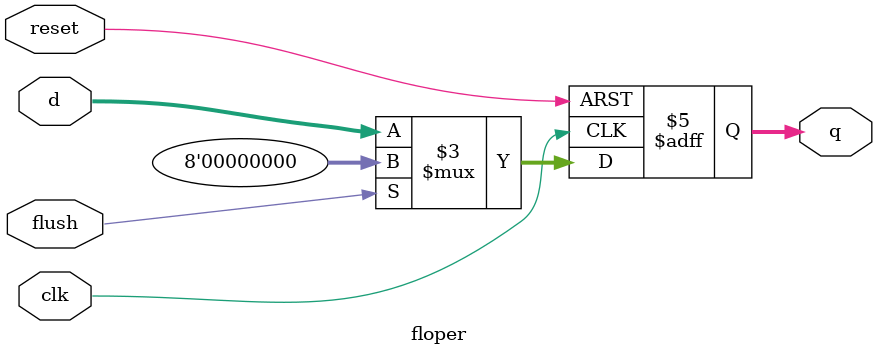
<source format=v>
`timescale 1ns / 1ps

module floper #(parameter WIDTH = 8) (
  input clk,
  input reset,
  input flush,
  input [WIDTH-1:0] d,
  output [WIDTH-1:0] q
);
  always @(posedge clk or posedge reset) begin
	  if (reset)
		  q <= 0;
	  else if (flush)
		  q <= 0;
	  else
		  q <= d;
	  end
endmodule

</source>
